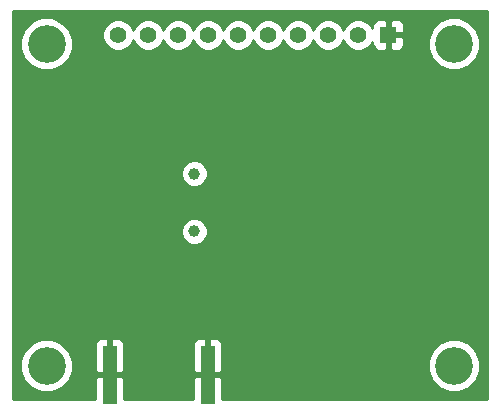
<source format=gbl>
G04 (created by PCBNEW-RS274X (2010-03-14)-final) date Fri 03 Jun 2011 23:57:37 BST*
G01*
G70*
G90*
%MOIN*%
G04 Gerber Fmt 3.4, Leading zero omitted, Abs format*
%FSLAX34Y34*%
G04 APERTURE LIST*
%ADD10C,0.006000*%
%ADD11C,0.039400*%
%ADD12R,0.055000X0.055000*%
%ADD13C,0.055000*%
%ADD14R,0.047200X0.196900*%
%ADD15C,0.126000*%
%ADD16C,0.035000*%
%ADD17C,0.010000*%
G04 APERTURE END LIST*
G54D10*
G54D11*
X53641Y-35433D03*
X53641Y-37354D03*
G54D12*
X60109Y-30805D03*
G54D13*
X59109Y-30805D03*
X58109Y-30805D03*
X57109Y-30805D03*
X56109Y-30805D03*
X55109Y-30805D03*
X54109Y-30805D03*
X53109Y-30805D03*
X52109Y-30805D03*
X51109Y-30805D03*
G54D14*
X50826Y-42126D03*
X54094Y-42126D03*
G54D15*
X62303Y-31102D03*
X62303Y-41831D03*
X48720Y-41831D03*
X48720Y-31102D03*
G54D16*
X59941Y-34842D03*
X58760Y-33366D03*
X58858Y-37598D03*
X58661Y-37106D03*
X57972Y-36023D03*
X58071Y-39763D03*
X56397Y-37893D03*
X54330Y-39173D03*
X54921Y-39173D03*
X52460Y-39665D03*
X53346Y-42716D03*
X53346Y-41535D03*
X53346Y-42126D03*
X51575Y-42716D03*
X51575Y-41535D03*
X51575Y-42126D03*
X57775Y-40354D03*
X53051Y-36319D03*
X56102Y-34448D03*
X57578Y-31988D03*
X53838Y-32677D03*
X52657Y-32677D03*
X51575Y-32677D03*
X50492Y-32677D03*
G54D10*
G36*
X63406Y-42934D02*
X63406Y-29999D01*
X47617Y-29999D01*
X47617Y-42934D01*
X48544Y-42934D01*
X48544Y-42711D01*
X48221Y-42576D01*
X47974Y-42329D01*
X47840Y-42005D01*
X47840Y-41655D01*
X47975Y-41332D01*
X48222Y-41085D01*
X48544Y-40951D01*
X48544Y-31982D01*
X48221Y-31847D01*
X47974Y-31600D01*
X47840Y-31276D01*
X47840Y-30926D01*
X47975Y-30603D01*
X48222Y-30356D01*
X48546Y-30222D01*
X48896Y-30222D01*
X49219Y-30357D01*
X49466Y-30604D01*
X49600Y-30928D01*
X49600Y-31278D01*
X49465Y-31601D01*
X49218Y-31848D01*
X48894Y-31982D01*
X48544Y-31982D01*
X48544Y-40951D01*
X48896Y-40951D01*
X49219Y-41086D01*
X49466Y-41333D01*
X49600Y-41657D01*
X49600Y-42007D01*
X49465Y-42330D01*
X49218Y-42577D01*
X48894Y-42711D01*
X48544Y-42711D01*
X48544Y-42934D01*
X50340Y-42934D01*
X50340Y-42238D01*
X50402Y-42176D01*
X50402Y-42076D01*
X50340Y-42014D01*
X50341Y-41191D01*
X50341Y-41092D01*
X50379Y-41001D01*
X50449Y-40931D01*
X50541Y-40893D01*
X50714Y-40892D01*
X50776Y-40954D01*
X50776Y-42076D01*
X50402Y-42076D01*
X50402Y-42176D01*
X50776Y-42176D01*
X50876Y-42176D01*
X50876Y-42076D01*
X50876Y-40954D01*
X50938Y-40892D01*
X51111Y-40893D01*
X51203Y-40931D01*
X51273Y-41001D01*
X51311Y-41092D01*
X51311Y-41191D01*
X51312Y-42014D01*
X51250Y-42076D01*
X50876Y-42076D01*
X50876Y-42176D01*
X51250Y-42176D01*
X51312Y-42238D01*
X51311Y-42934D01*
X53552Y-42934D01*
X53552Y-37800D01*
X53388Y-37732D01*
X53263Y-37606D01*
X53195Y-37442D01*
X53195Y-37265D01*
X53263Y-37101D01*
X53389Y-36976D01*
X53552Y-36908D01*
X53552Y-35879D01*
X53388Y-35811D01*
X53263Y-35685D01*
X53195Y-35521D01*
X53195Y-35344D01*
X53263Y-35180D01*
X53389Y-35055D01*
X53553Y-34987D01*
X53730Y-34987D01*
X53894Y-35055D01*
X54019Y-35181D01*
X54087Y-35345D01*
X54087Y-35522D01*
X54019Y-35686D01*
X53893Y-35811D01*
X53729Y-35879D01*
X53552Y-35879D01*
X53552Y-36908D01*
X53730Y-36908D01*
X53894Y-36976D01*
X54019Y-37102D01*
X54087Y-37266D01*
X54087Y-37443D01*
X54019Y-37607D01*
X53893Y-37732D01*
X53729Y-37800D01*
X53552Y-37800D01*
X53552Y-42934D01*
X53608Y-42934D01*
X53608Y-42238D01*
X53670Y-42176D01*
X53670Y-42076D01*
X53608Y-42014D01*
X53609Y-41191D01*
X53609Y-41092D01*
X53647Y-41001D01*
X53717Y-40931D01*
X53809Y-40893D01*
X53982Y-40892D01*
X54044Y-40954D01*
X54044Y-42076D01*
X53670Y-42076D01*
X53670Y-42176D01*
X54044Y-42176D01*
X54144Y-42176D01*
X54144Y-42076D01*
X54144Y-40954D01*
X54206Y-40892D01*
X54379Y-40893D01*
X54471Y-40931D01*
X54541Y-41001D01*
X54579Y-41092D01*
X54579Y-41191D01*
X54580Y-42014D01*
X54518Y-42076D01*
X54144Y-42076D01*
X54144Y-42176D01*
X54518Y-42176D01*
X54580Y-42238D01*
X54579Y-42934D01*
X59997Y-42934D01*
X59997Y-31330D01*
X59785Y-31329D01*
X59693Y-31291D01*
X59623Y-31221D01*
X59585Y-31130D01*
X59585Y-31031D01*
X59584Y-31028D01*
X59554Y-31103D01*
X59406Y-31250D01*
X59213Y-31330D01*
X59004Y-31330D01*
X58811Y-31250D01*
X58664Y-31102D01*
X58609Y-30969D01*
X58554Y-31103D01*
X58406Y-31250D01*
X58213Y-31330D01*
X58004Y-31330D01*
X57811Y-31250D01*
X57664Y-31102D01*
X57609Y-30969D01*
X57554Y-31103D01*
X57406Y-31250D01*
X57213Y-31330D01*
X57004Y-31330D01*
X56811Y-31250D01*
X56664Y-31102D01*
X56609Y-30969D01*
X56554Y-31103D01*
X56406Y-31250D01*
X56213Y-31330D01*
X56004Y-31330D01*
X55811Y-31250D01*
X55664Y-31102D01*
X55609Y-30969D01*
X55554Y-31103D01*
X55406Y-31250D01*
X55213Y-31330D01*
X55004Y-31330D01*
X54811Y-31250D01*
X54664Y-31102D01*
X54609Y-30969D01*
X54554Y-31103D01*
X54406Y-31250D01*
X54213Y-31330D01*
X54004Y-31330D01*
X53811Y-31250D01*
X53664Y-31102D01*
X53609Y-30969D01*
X53554Y-31103D01*
X53406Y-31250D01*
X53213Y-31330D01*
X53004Y-31330D01*
X52811Y-31250D01*
X52664Y-31102D01*
X52609Y-30969D01*
X52554Y-31103D01*
X52406Y-31250D01*
X52213Y-31330D01*
X52004Y-31330D01*
X51811Y-31250D01*
X51664Y-31102D01*
X51609Y-30969D01*
X51554Y-31103D01*
X51406Y-31250D01*
X51213Y-31330D01*
X51004Y-31330D01*
X50811Y-31250D01*
X50664Y-31102D01*
X50584Y-30909D01*
X50584Y-30700D01*
X50664Y-30507D01*
X50812Y-30360D01*
X51005Y-30280D01*
X51214Y-30280D01*
X51407Y-30360D01*
X51554Y-30508D01*
X51608Y-30640D01*
X51664Y-30507D01*
X51812Y-30360D01*
X52005Y-30280D01*
X52214Y-30280D01*
X52407Y-30360D01*
X52554Y-30508D01*
X52608Y-30640D01*
X52664Y-30507D01*
X52812Y-30360D01*
X53005Y-30280D01*
X53214Y-30280D01*
X53407Y-30360D01*
X53554Y-30508D01*
X53608Y-30640D01*
X53664Y-30507D01*
X53812Y-30360D01*
X54005Y-30280D01*
X54214Y-30280D01*
X54407Y-30360D01*
X54554Y-30508D01*
X54608Y-30640D01*
X54664Y-30507D01*
X54812Y-30360D01*
X55005Y-30280D01*
X55214Y-30280D01*
X55407Y-30360D01*
X55554Y-30508D01*
X55608Y-30640D01*
X55664Y-30507D01*
X55812Y-30360D01*
X56005Y-30280D01*
X56214Y-30280D01*
X56407Y-30360D01*
X56554Y-30508D01*
X56608Y-30640D01*
X56664Y-30507D01*
X56812Y-30360D01*
X57005Y-30280D01*
X57214Y-30280D01*
X57407Y-30360D01*
X57554Y-30508D01*
X57608Y-30640D01*
X57664Y-30507D01*
X57812Y-30360D01*
X58005Y-30280D01*
X58214Y-30280D01*
X58407Y-30360D01*
X58554Y-30508D01*
X58608Y-30640D01*
X58664Y-30507D01*
X58812Y-30360D01*
X59005Y-30280D01*
X59214Y-30280D01*
X59407Y-30360D01*
X59554Y-30508D01*
X59584Y-30582D01*
X59585Y-30579D01*
X59585Y-30480D01*
X59623Y-30389D01*
X59693Y-30319D01*
X59785Y-30281D01*
X59997Y-30280D01*
X60059Y-30342D01*
X60059Y-30755D01*
X60059Y-30855D01*
X60059Y-31268D01*
X59997Y-31330D01*
X59997Y-42934D01*
X60221Y-42934D01*
X60221Y-31330D01*
X60159Y-31268D01*
X60159Y-30855D01*
X60159Y-30755D01*
X60159Y-30342D01*
X60221Y-30280D01*
X60433Y-30281D01*
X60525Y-30319D01*
X60595Y-30389D01*
X60633Y-30480D01*
X60633Y-30579D01*
X60634Y-30693D01*
X60572Y-30755D01*
X60159Y-30755D01*
X60159Y-30855D01*
X60572Y-30855D01*
X60634Y-30917D01*
X60633Y-31031D01*
X60633Y-31130D01*
X60595Y-31221D01*
X60525Y-31291D01*
X60433Y-31329D01*
X60221Y-31330D01*
X60221Y-42934D01*
X62127Y-42934D01*
X62127Y-42711D01*
X61804Y-42576D01*
X61557Y-42329D01*
X61423Y-42005D01*
X61423Y-41655D01*
X61558Y-41332D01*
X61805Y-41085D01*
X62127Y-40951D01*
X62127Y-31982D01*
X61804Y-31847D01*
X61557Y-31600D01*
X61423Y-31276D01*
X61423Y-30926D01*
X61558Y-30603D01*
X61805Y-30356D01*
X62129Y-30222D01*
X62479Y-30222D01*
X62802Y-30357D01*
X63049Y-30604D01*
X63183Y-30928D01*
X63183Y-31278D01*
X63048Y-31601D01*
X62801Y-31848D01*
X62477Y-31982D01*
X62127Y-31982D01*
X62127Y-40951D01*
X62479Y-40951D01*
X62802Y-41086D01*
X63049Y-41333D01*
X63183Y-41657D01*
X63183Y-42007D01*
X63048Y-42330D01*
X62801Y-42577D01*
X62477Y-42711D01*
X62127Y-42711D01*
X62127Y-42934D01*
X63406Y-42934D01*
X63406Y-42934D01*
G37*
G54D17*
X63406Y-42934D02*
X63406Y-29999D01*
X47617Y-29999D01*
X47617Y-42934D01*
X48544Y-42934D01*
X48544Y-42711D01*
X48221Y-42576D01*
X47974Y-42329D01*
X47840Y-42005D01*
X47840Y-41655D01*
X47975Y-41332D01*
X48222Y-41085D01*
X48544Y-40951D01*
X48544Y-31982D01*
X48221Y-31847D01*
X47974Y-31600D01*
X47840Y-31276D01*
X47840Y-30926D01*
X47975Y-30603D01*
X48222Y-30356D01*
X48546Y-30222D01*
X48896Y-30222D01*
X49219Y-30357D01*
X49466Y-30604D01*
X49600Y-30928D01*
X49600Y-31278D01*
X49465Y-31601D01*
X49218Y-31848D01*
X48894Y-31982D01*
X48544Y-31982D01*
X48544Y-40951D01*
X48896Y-40951D01*
X49219Y-41086D01*
X49466Y-41333D01*
X49600Y-41657D01*
X49600Y-42007D01*
X49465Y-42330D01*
X49218Y-42577D01*
X48894Y-42711D01*
X48544Y-42711D01*
X48544Y-42934D01*
X50340Y-42934D01*
X50340Y-42238D01*
X50402Y-42176D01*
X50402Y-42076D01*
X50340Y-42014D01*
X50341Y-41191D01*
X50341Y-41092D01*
X50379Y-41001D01*
X50449Y-40931D01*
X50541Y-40893D01*
X50714Y-40892D01*
X50776Y-40954D01*
X50776Y-42076D01*
X50402Y-42076D01*
X50402Y-42176D01*
X50776Y-42176D01*
X50876Y-42176D01*
X50876Y-42076D01*
X50876Y-40954D01*
X50938Y-40892D01*
X51111Y-40893D01*
X51203Y-40931D01*
X51273Y-41001D01*
X51311Y-41092D01*
X51311Y-41191D01*
X51312Y-42014D01*
X51250Y-42076D01*
X50876Y-42076D01*
X50876Y-42176D01*
X51250Y-42176D01*
X51312Y-42238D01*
X51311Y-42934D01*
X53552Y-42934D01*
X53552Y-37800D01*
X53388Y-37732D01*
X53263Y-37606D01*
X53195Y-37442D01*
X53195Y-37265D01*
X53263Y-37101D01*
X53389Y-36976D01*
X53552Y-36908D01*
X53552Y-35879D01*
X53388Y-35811D01*
X53263Y-35685D01*
X53195Y-35521D01*
X53195Y-35344D01*
X53263Y-35180D01*
X53389Y-35055D01*
X53553Y-34987D01*
X53730Y-34987D01*
X53894Y-35055D01*
X54019Y-35181D01*
X54087Y-35345D01*
X54087Y-35522D01*
X54019Y-35686D01*
X53893Y-35811D01*
X53729Y-35879D01*
X53552Y-35879D01*
X53552Y-36908D01*
X53730Y-36908D01*
X53894Y-36976D01*
X54019Y-37102D01*
X54087Y-37266D01*
X54087Y-37443D01*
X54019Y-37607D01*
X53893Y-37732D01*
X53729Y-37800D01*
X53552Y-37800D01*
X53552Y-42934D01*
X53608Y-42934D01*
X53608Y-42238D01*
X53670Y-42176D01*
X53670Y-42076D01*
X53608Y-42014D01*
X53609Y-41191D01*
X53609Y-41092D01*
X53647Y-41001D01*
X53717Y-40931D01*
X53809Y-40893D01*
X53982Y-40892D01*
X54044Y-40954D01*
X54044Y-42076D01*
X53670Y-42076D01*
X53670Y-42176D01*
X54044Y-42176D01*
X54144Y-42176D01*
X54144Y-42076D01*
X54144Y-40954D01*
X54206Y-40892D01*
X54379Y-40893D01*
X54471Y-40931D01*
X54541Y-41001D01*
X54579Y-41092D01*
X54579Y-41191D01*
X54580Y-42014D01*
X54518Y-42076D01*
X54144Y-42076D01*
X54144Y-42176D01*
X54518Y-42176D01*
X54580Y-42238D01*
X54579Y-42934D01*
X59997Y-42934D01*
X59997Y-31330D01*
X59785Y-31329D01*
X59693Y-31291D01*
X59623Y-31221D01*
X59585Y-31130D01*
X59585Y-31031D01*
X59584Y-31028D01*
X59554Y-31103D01*
X59406Y-31250D01*
X59213Y-31330D01*
X59004Y-31330D01*
X58811Y-31250D01*
X58664Y-31102D01*
X58609Y-30969D01*
X58554Y-31103D01*
X58406Y-31250D01*
X58213Y-31330D01*
X58004Y-31330D01*
X57811Y-31250D01*
X57664Y-31102D01*
X57609Y-30969D01*
X57554Y-31103D01*
X57406Y-31250D01*
X57213Y-31330D01*
X57004Y-31330D01*
X56811Y-31250D01*
X56664Y-31102D01*
X56609Y-30969D01*
X56554Y-31103D01*
X56406Y-31250D01*
X56213Y-31330D01*
X56004Y-31330D01*
X55811Y-31250D01*
X55664Y-31102D01*
X55609Y-30969D01*
X55554Y-31103D01*
X55406Y-31250D01*
X55213Y-31330D01*
X55004Y-31330D01*
X54811Y-31250D01*
X54664Y-31102D01*
X54609Y-30969D01*
X54554Y-31103D01*
X54406Y-31250D01*
X54213Y-31330D01*
X54004Y-31330D01*
X53811Y-31250D01*
X53664Y-31102D01*
X53609Y-30969D01*
X53554Y-31103D01*
X53406Y-31250D01*
X53213Y-31330D01*
X53004Y-31330D01*
X52811Y-31250D01*
X52664Y-31102D01*
X52609Y-30969D01*
X52554Y-31103D01*
X52406Y-31250D01*
X52213Y-31330D01*
X52004Y-31330D01*
X51811Y-31250D01*
X51664Y-31102D01*
X51609Y-30969D01*
X51554Y-31103D01*
X51406Y-31250D01*
X51213Y-31330D01*
X51004Y-31330D01*
X50811Y-31250D01*
X50664Y-31102D01*
X50584Y-30909D01*
X50584Y-30700D01*
X50664Y-30507D01*
X50812Y-30360D01*
X51005Y-30280D01*
X51214Y-30280D01*
X51407Y-30360D01*
X51554Y-30508D01*
X51608Y-30640D01*
X51664Y-30507D01*
X51812Y-30360D01*
X52005Y-30280D01*
X52214Y-30280D01*
X52407Y-30360D01*
X52554Y-30508D01*
X52608Y-30640D01*
X52664Y-30507D01*
X52812Y-30360D01*
X53005Y-30280D01*
X53214Y-30280D01*
X53407Y-30360D01*
X53554Y-30508D01*
X53608Y-30640D01*
X53664Y-30507D01*
X53812Y-30360D01*
X54005Y-30280D01*
X54214Y-30280D01*
X54407Y-30360D01*
X54554Y-30508D01*
X54608Y-30640D01*
X54664Y-30507D01*
X54812Y-30360D01*
X55005Y-30280D01*
X55214Y-30280D01*
X55407Y-30360D01*
X55554Y-30508D01*
X55608Y-30640D01*
X55664Y-30507D01*
X55812Y-30360D01*
X56005Y-30280D01*
X56214Y-30280D01*
X56407Y-30360D01*
X56554Y-30508D01*
X56608Y-30640D01*
X56664Y-30507D01*
X56812Y-30360D01*
X57005Y-30280D01*
X57214Y-30280D01*
X57407Y-30360D01*
X57554Y-30508D01*
X57608Y-30640D01*
X57664Y-30507D01*
X57812Y-30360D01*
X58005Y-30280D01*
X58214Y-30280D01*
X58407Y-30360D01*
X58554Y-30508D01*
X58608Y-30640D01*
X58664Y-30507D01*
X58812Y-30360D01*
X59005Y-30280D01*
X59214Y-30280D01*
X59407Y-30360D01*
X59554Y-30508D01*
X59584Y-30582D01*
X59585Y-30579D01*
X59585Y-30480D01*
X59623Y-30389D01*
X59693Y-30319D01*
X59785Y-30281D01*
X59997Y-30280D01*
X60059Y-30342D01*
X60059Y-30755D01*
X60059Y-30855D01*
X60059Y-31268D01*
X59997Y-31330D01*
X59997Y-42934D01*
X60221Y-42934D01*
X60221Y-31330D01*
X60159Y-31268D01*
X60159Y-30855D01*
X60159Y-30755D01*
X60159Y-30342D01*
X60221Y-30280D01*
X60433Y-30281D01*
X60525Y-30319D01*
X60595Y-30389D01*
X60633Y-30480D01*
X60633Y-30579D01*
X60634Y-30693D01*
X60572Y-30755D01*
X60159Y-30755D01*
X60159Y-30855D01*
X60572Y-30855D01*
X60634Y-30917D01*
X60633Y-31031D01*
X60633Y-31130D01*
X60595Y-31221D01*
X60525Y-31291D01*
X60433Y-31329D01*
X60221Y-31330D01*
X60221Y-42934D01*
X62127Y-42934D01*
X62127Y-42711D01*
X61804Y-42576D01*
X61557Y-42329D01*
X61423Y-42005D01*
X61423Y-41655D01*
X61558Y-41332D01*
X61805Y-41085D01*
X62127Y-40951D01*
X62127Y-31982D01*
X61804Y-31847D01*
X61557Y-31600D01*
X61423Y-31276D01*
X61423Y-30926D01*
X61558Y-30603D01*
X61805Y-30356D01*
X62129Y-30222D01*
X62479Y-30222D01*
X62802Y-30357D01*
X63049Y-30604D01*
X63183Y-30928D01*
X63183Y-31278D01*
X63048Y-31601D01*
X62801Y-31848D01*
X62477Y-31982D01*
X62127Y-31982D01*
X62127Y-40951D01*
X62479Y-40951D01*
X62802Y-41086D01*
X63049Y-41333D01*
X63183Y-41657D01*
X63183Y-42007D01*
X63048Y-42330D01*
X62801Y-42577D01*
X62477Y-42711D01*
X62127Y-42711D01*
X62127Y-42934D01*
X63406Y-42934D01*
M02*

</source>
